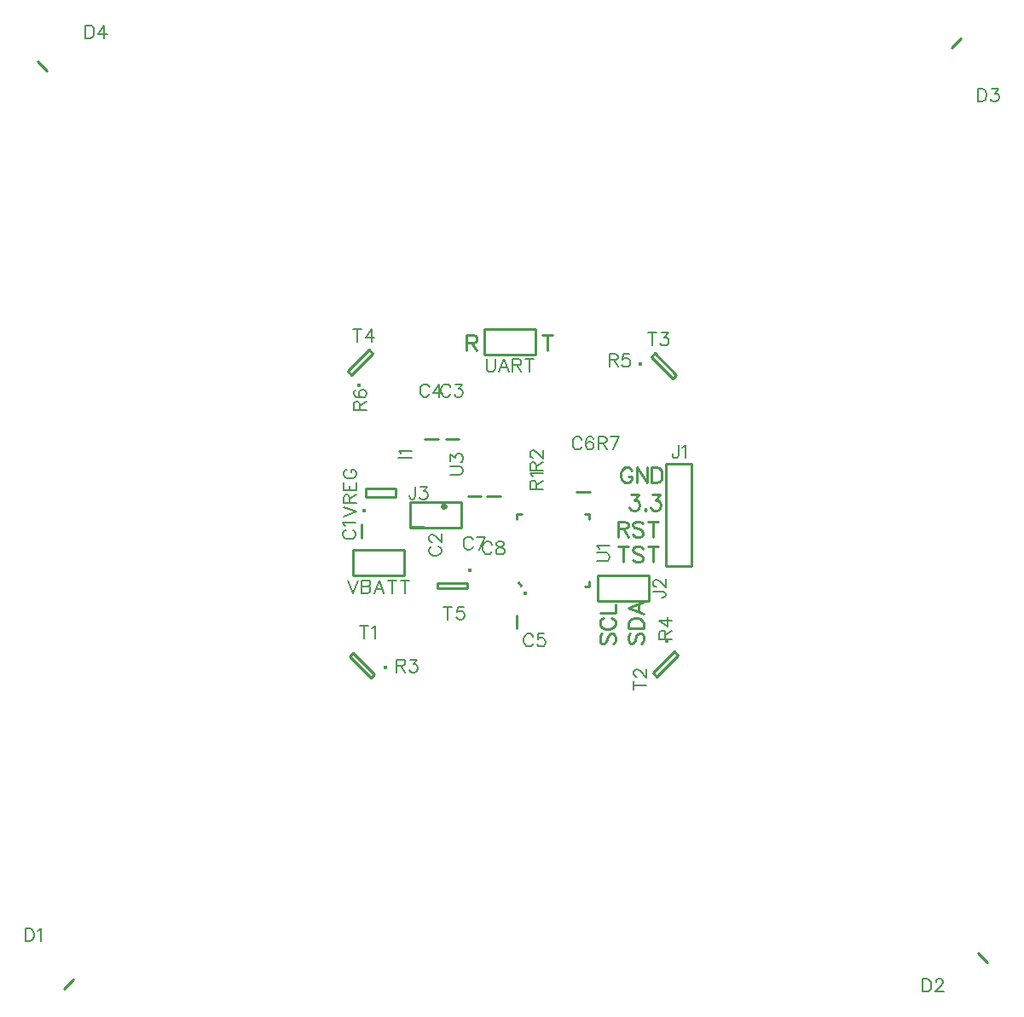
<source format=gto>
G04 DipTrace 3.2.0.1*
G04 Rev1.3.gto*
%MOIN*%
G04 #@! TF.FileFunction,Legend,Top*
G04 #@! TF.Part,Single*
%ADD10C,0.009843*%
%ADD23C,0.015422*%
%ADD24C,0.015406*%
%ADD25C,0.015404*%
%ADD27C,0.015714*%
%ADD34C,0.015401*%
%ADD69C,0.00772*%
%ADD70C,0.009264*%
%ADD72C,0.015439*%
%FSLAX26Y26*%
G04*
G70*
G90*
G75*
G01*
G04 TopSilk*
%LPD*%
X1741220Y2237223D2*
D10*
Y2288365D1*
X1932146Y2280297D2*
X1983287D1*
X2120773Y2622533D2*
X2069631D1*
X2039531D2*
X1988390D1*
X2347562Y1882151D2*
Y1933293D1*
X2633248Y2416318D2*
X2582106D1*
X2157122Y2399034D2*
X2208264D1*
X2232114D2*
X2283256D1*
X613215Y510355D2*
X577046Y474187D1*
X4152046Y613215D2*
X4188215Y577046D1*
X4049187Y4152046D2*
X4085355Y4188215D1*
X510355Y4061687D2*
X474187Y4097855D1*
X3032283Y2525197D2*
X2932283D1*
X3032283Y2125197D2*
Y2525197D1*
X2932283Y2125197D2*
Y2525197D1*
X3032283Y2125197D2*
X2932283D1*
X2663877Y2088958D2*
Y1988958D1*
X2863877Y2088958D2*
X2663877D1*
X2863877D2*
Y1988958D1*
X2663877D1*
X1932703Y2376428D2*
Y2276428D1*
X2132703Y2376428D2*
X1932703D1*
X2132703D2*
Y2276428D1*
X1932703D1*
D23*
X1833394Y1730711D3*
X1791435Y1701759D2*
D10*
X1707918Y1785280D1*
X1694006Y1771362D1*
X1777508Y1687841D1*
X1791435Y1701759D1*
D24*
X2934644Y1833394D3*
X2963596Y1791435D2*
D10*
X2880075Y1707918D1*
X2893993Y1694006D1*
X2977514Y1777508D1*
X2963596Y1791435D1*
D23*
X2831960Y2914959D3*
X2873919Y2943911D2*
D10*
X2957437Y2860390D1*
X2971349Y2874308D1*
X2887847Y2957828D1*
X2873919Y2943911D1*
D24*
X1730711Y2831960D3*
X1701759Y2873919D2*
D10*
X1785280Y2957437D1*
X1771362Y2971349D1*
X1687841Y2887847D1*
X1701759Y2873919D1*
D25*
X2163547Y2109911D3*
X2154346Y2059769D2*
D10*
X2036241D1*
Y2040084D1*
X2154346D1*
Y2059769D1*
X2612992Y2045511D2*
X2632672D1*
Y2065128D1*
X2349218Y2328972D2*
Y2309290D1*
Y2328972D2*
X2368898D1*
X2632672Y2309290D2*
Y2328972D1*
X2612992D2*
X2632672D1*
X2364962Y2049435D2*
X2353154Y2061204D1*
D27*
X2382674Y2017999D3*
X2222047Y3051969D2*
D10*
Y2951969D1*
X2422047Y3051969D2*
X2222047D1*
X2422047D2*
Y2951969D1*
X2222047D1*
X1907579Y2087795D2*
Y2187795D1*
X1707579Y2087795D2*
X1907579D1*
X1707579D2*
Y2187795D1*
X1907579D1*
D34*
X1751910Y2342638D3*
X1757173Y2396704D2*
D10*
X1875281D1*
X1757173Y2428195D2*
X1875281D1*
Y2396704D2*
Y2428195D1*
X1757173Y2396704D2*
Y2428195D1*
X1679936Y2267013D2*
D69*
X1675182Y2264636D1*
X1670374Y2259828D1*
X1667997Y2255074D1*
Y2245513D1*
X1670374Y2240704D1*
X1675182Y2235951D1*
X1679936Y2233519D1*
X1687121Y2231143D1*
X1699114D1*
X1706244Y2233519D1*
X1711052Y2235951D1*
X1715806Y2240704D1*
X1718237Y2245513D1*
Y2255074D1*
X1715806Y2259828D1*
X1711052Y2264636D1*
X1706244Y2267013D1*
X1677614Y2282452D2*
X1675183Y2287260D1*
X1668053Y2294445D1*
X1718237D1*
X2016141Y2202889D2*
X2011388Y2200512D1*
X2006579Y2195704D1*
X2004203Y2190951D1*
Y2181389D1*
X2006579Y2176580D1*
X2011388Y2171827D1*
X2016141Y2169395D1*
X2023326Y2167019D1*
X2035320D1*
X2042449Y2169395D1*
X2047258Y2171827D1*
X2052011Y2176580D1*
X2054443Y2181389D1*
Y2190950D1*
X2052011Y2195704D1*
X2047258Y2200512D1*
X2042449Y2202889D1*
X2016196Y2220760D2*
X2013820D1*
X2009011Y2223136D1*
X2006635Y2225513D1*
X2004258Y2230321D1*
Y2239883D1*
X2006635Y2244636D1*
X2009011Y2247013D1*
X2013820Y2249445D1*
X2018573D1*
X2023381Y2247013D1*
X2030511Y2242260D1*
X2054443Y2218328D1*
Y2251821D1*
X2088671Y2825571D2*
X2086294Y2830324D1*
X2081486Y2835133D1*
X2076733Y2837509D1*
X2067171D1*
X2062362Y2835133D1*
X2057609Y2830324D1*
X2055177Y2825571D1*
X2052801Y2818386D1*
Y2806392D1*
X2055177Y2799263D1*
X2057609Y2794454D1*
X2062362Y2789701D1*
X2067171Y2787269D1*
X2076733D1*
X2081486Y2789701D1*
X2086294Y2794454D1*
X2088671Y2799263D1*
X2108918Y2837454D2*
X2135171D1*
X2120857Y2818331D1*
X2128042D1*
X2132795Y2815954D1*
X2135171Y2813577D1*
X2137603Y2806392D1*
Y2801639D1*
X2135171Y2794454D1*
X2130418Y2789646D1*
X2123233Y2787269D1*
X2116048D1*
X2108918Y2789646D1*
X2106542Y2792078D1*
X2104110Y2796831D1*
X2006241Y2825571D2*
X2003864Y2830324D1*
X1999056Y2835133D1*
X1994303Y2837509D1*
X1984741D1*
X1979933Y2835133D1*
X1975180Y2830324D1*
X1972748Y2825571D1*
X1970371Y2818386D1*
Y2806392D1*
X1972748Y2799263D1*
X1975180Y2794454D1*
X1979933Y2789701D1*
X1984741Y2787269D1*
X1994303D1*
X1999056Y2789701D1*
X2003864Y2794454D1*
X2006241Y2799263D1*
X2045612Y2787269D2*
Y2837454D1*
X2021680Y2804016D1*
X2057550D1*
X2411907Y1849297D2*
X2409530Y1854050D1*
X2404722Y1858859D1*
X2399969Y1861236D1*
X2390407D1*
X2385599Y1858859D1*
X2380846Y1854050D1*
X2378414Y1849297D1*
X2376037Y1842112D1*
Y1830119D1*
X2378414Y1822989D1*
X2380846Y1818181D1*
X2385599Y1813427D1*
X2390407Y1810996D1*
X2399969D1*
X2404722Y1813427D1*
X2409530Y1818181D1*
X2411907Y1822989D1*
X2456031Y1861180D2*
X2432155D1*
X2429778Y1839680D1*
X2432155Y1842057D1*
X2439340Y1844489D1*
X2446469D1*
X2453655Y1842057D1*
X2458463Y1837304D1*
X2460840Y1830119D1*
Y1825366D1*
X2458463Y1818181D1*
X2453655Y1813372D1*
X2446469Y1810996D1*
X2439340D1*
X2432155Y1813372D1*
X2429778Y1815804D1*
X2427346Y1820557D1*
X2602362Y2619356D2*
X2599985Y2624109D1*
X2595177Y2628917D1*
X2590424Y2631294D1*
X2580862D1*
X2576053Y2628917D1*
X2571300Y2624109D1*
X2568868Y2619356D1*
X2566492Y2612171D1*
Y2600177D1*
X2568868Y2593047D1*
X2571300Y2588239D1*
X2576053Y2583486D1*
X2580862Y2581054D1*
X2590424D1*
X2595177Y2583486D1*
X2599985Y2588239D1*
X2602362Y2593047D1*
X2646486Y2624109D2*
X2644109Y2628862D1*
X2636924Y2631239D1*
X2632171D1*
X2624986Y2628862D1*
X2620178Y2621677D1*
X2617801Y2609739D1*
Y2597801D1*
X2620178Y2588239D1*
X2624986Y2583431D1*
X2632171Y2581054D1*
X2634548D1*
X2641677Y2583431D1*
X2646486Y2588239D1*
X2648862Y2595424D1*
Y2597801D1*
X2646486Y2604986D1*
X2641677Y2609739D1*
X2634548Y2612115D1*
X2632171D1*
X2624986Y2609739D1*
X2620178Y2604986D1*
X2617801Y2597801D1*
X2176162Y2228384D2*
X2173785Y2233137D1*
X2168977Y2237946D1*
X2164223Y2240322D1*
X2154662D1*
X2149853Y2237946D1*
X2145100Y2233137D1*
X2142668Y2228384D1*
X2140292Y2221199D1*
Y2209205D1*
X2142668Y2202076D1*
X2145100Y2197267D1*
X2149853Y2192514D1*
X2154662Y2190082D1*
X2164223D1*
X2168977Y2192514D1*
X2173785Y2197267D1*
X2176162Y2202076D1*
X2201162Y2190082D2*
X2225094Y2240267D1*
X2191601D1*
X2251181Y2209636D2*
X2248805Y2214389D1*
X2243996Y2219198D1*
X2239243Y2221574D1*
X2229681D1*
X2224873Y2219198D1*
X2220120Y2214389D1*
X2217688Y2209636D1*
X2215311Y2202451D1*
Y2190457D1*
X2217688Y2183328D1*
X2220120Y2178519D1*
X2224873Y2173766D1*
X2229681Y2171334D1*
X2239243D1*
X2243996Y2173766D1*
X2248805Y2178519D1*
X2251181Y2183328D1*
X2278559Y2221519D2*
X2271429Y2219142D1*
X2268997Y2214389D1*
Y2209581D1*
X2271429Y2204827D1*
X2276182Y2202396D1*
X2285744Y2200019D1*
X2292929Y2197642D1*
X2297682Y2192834D1*
X2300059Y2188081D1*
Y2180896D1*
X2297682Y2176143D1*
X2295305Y2173711D1*
X2288120Y2171334D1*
X2278559D1*
X2271429Y2173711D1*
X2268997Y2176143D1*
X2266621Y2180896D1*
Y2188081D1*
X2268997Y2192834D1*
X2273806Y2197642D1*
X2280935Y2200019D1*
X2290497Y2202396D1*
X2295305Y2204827D1*
X2297682Y2209581D1*
Y2214389D1*
X2295305Y2219142D1*
X2288120Y2221519D1*
X2278559D1*
X427061Y708792D2*
Y658552D1*
X443807D1*
X450992Y660984D1*
X455801Y665737D1*
X458177Y670545D1*
X460554Y677675D1*
Y689669D1*
X458177Y696854D1*
X455801Y701607D1*
X450992Y706415D1*
X443807Y708792D1*
X427061D1*
X475993Y699175D2*
X480802Y701607D1*
X487987Y708737D1*
Y658552D1*
X3935061Y511438D2*
Y461198D1*
X3951808D1*
X3958993Y463629D1*
X3963801Y468383D1*
X3966178Y473191D1*
X3968555Y480321D1*
Y492314D1*
X3966178Y499499D1*
X3963801Y504253D1*
X3958993Y509061D1*
X3951808Y511438D1*
X3935061D1*
X3986426Y499444D2*
Y501821D1*
X3988802Y506629D1*
X3991179Y509006D1*
X3995987Y511382D1*
X4005549D1*
X4010302Y509006D1*
X4012679Y506629D1*
X4015111Y501821D1*
Y497068D1*
X4012679Y492259D1*
X4007926Y485129D1*
X3983994Y461198D1*
X4017487D1*
X4151165Y3992688D2*
Y3942448D1*
X4167912D1*
X4175097Y3944880D1*
X4179905Y3949633D1*
X4182282Y3954442D1*
X4184658Y3961572D1*
Y3973565D1*
X4182282Y3980750D1*
X4179905Y3985503D1*
X4175097Y3990312D1*
X4167912Y3992688D1*
X4151165D1*
X4204906Y3992633D2*
X4231159D1*
X4216844Y3973510D1*
X4224029D1*
X4228782Y3971133D1*
X4231159Y3968757D1*
X4233591Y3961572D1*
Y3956818D1*
X4231159Y3949633D1*
X4226406Y3944825D1*
X4219221Y3942448D1*
X4212036D1*
X4204906Y3944825D1*
X4202529Y3947257D1*
X4200098Y3952010D1*
X662477Y4240041D2*
Y4189801D1*
X679223D1*
X686408Y4192233D1*
X691217Y4196986D1*
X693593Y4201795D1*
X695970Y4208925D1*
Y4220918D1*
X693593Y4228103D1*
X691217Y4232856D1*
X686408Y4237665D1*
X679223Y4240041D1*
X662477D1*
X735341Y4189801D2*
Y4239986D1*
X711409Y4206548D1*
X747279D1*
X1886152Y2549078D2*
X1936392D1*
X1895769Y2564517D2*
X1893337Y2569325D1*
X1886207Y2576510D1*
X1936392D1*
X2980533Y2598420D2*
Y2560173D1*
X2978156Y2552988D1*
X2975725Y2550612D1*
X2970971Y2548180D1*
X2966163D1*
X2961410Y2550612D1*
X2959033Y2552988D1*
X2956601Y2560173D1*
Y2564927D1*
X2995972Y2588803D2*
X3000781Y2591235D1*
X3007966Y2598365D1*
Y2548180D1*
X2880835Y2026458D2*
X2919082D1*
X2926267Y2024081D1*
X2928644Y2021649D1*
X2931075Y2016896D1*
Y2012088D1*
X2928644Y2007334D1*
X2926267Y2004958D1*
X2919082Y2002526D1*
X2914329D1*
X2892829Y2044329D2*
X2890452D1*
X2885644Y2046705D1*
X2883267Y2049082D1*
X2880891Y2053890D1*
Y2063452D1*
X2883267Y2068205D1*
X2885644Y2070582D1*
X2890452Y2073014D1*
X2895205D1*
X2900014Y2070582D1*
X2907144Y2065829D1*
X2931075Y2041897D1*
Y2075390D1*
X1951450Y2437147D2*
Y2398900D1*
X1949073Y2391715D1*
X1946641Y2389339D1*
X1941888Y2386907D1*
X1937080D1*
X1932326Y2389339D1*
X1929950Y2391715D1*
X1927518Y2398900D1*
Y2403654D1*
X1971697Y2437092D2*
X1997950D1*
X1983636Y2417968D1*
X1990821D1*
X1995574Y2415592D1*
X1997950Y2413215D1*
X2000382Y2406030D1*
Y2401277D1*
X1997950Y2394092D1*
X1993197Y2389284D1*
X1986012Y2386907D1*
X1978827D1*
X1971697Y2389284D1*
X1969321Y2391715D1*
X1966889Y2396469D1*
X2423961Y2427214D2*
Y2448714D1*
X2421529Y2455899D1*
X2419153Y2458331D1*
X2414400Y2460708D1*
X2409591D1*
X2404838Y2458331D1*
X2402406Y2455899D1*
X2400030Y2448714D1*
Y2427214D1*
X2450270D1*
X2423961Y2443961D2*
X2450270Y2460707D1*
X2409647Y2476147D2*
X2407215Y2480955D1*
X2400085Y2488140D1*
X2450270D1*
X2423961Y2497714D2*
Y2519214D1*
X2421529Y2526399D1*
X2419153Y2528830D1*
X2414400Y2531207D1*
X2409591D1*
X2404838Y2528830D1*
X2402406Y2526399D1*
X2400030Y2519214D1*
Y2497714D1*
X2450270D1*
X2423961Y2514460D2*
X2450270Y2531207D1*
X2412023Y2549078D2*
X2409647D1*
X2404838Y2551455D1*
X2402461Y2553831D1*
X2400085Y2558640D1*
Y2568201D1*
X2402461Y2572954D1*
X2404838Y2575331D1*
X2409647Y2577763D1*
X2414400D1*
X2419208Y2575331D1*
X2426338Y2570578D1*
X2450270Y2546646D1*
Y2580139D1*
X1879063Y1736496D2*
X1900562D1*
X1907748Y1738928D1*
X1910179Y1741305D1*
X1912556Y1746058D1*
Y1750866D1*
X1910179Y1755619D1*
X1907748Y1758051D1*
X1900562Y1760428D1*
X1879063D1*
Y1710188D1*
X1895809Y1736496D2*
X1912556Y1710188D1*
X1932804Y1760373D2*
X1959057D1*
X1944742Y1741249D1*
X1951927D1*
X1956680Y1738873D1*
X1959057Y1736496D1*
X1961489Y1729311D1*
Y1724558D1*
X1959057Y1717373D1*
X1954304Y1712564D1*
X1947118Y1710188D1*
X1939933D1*
X1932804Y1712564D1*
X1930427Y1714996D1*
X1927995Y1719749D1*
X2928858Y1840374D2*
Y1861874D1*
X2926426Y1869059D1*
X2924050Y1871491D1*
X2919297Y1873868D1*
X2914488D1*
X2909735Y1871491D1*
X2907303Y1869059D1*
X2904927Y1861874D1*
Y1840374D1*
X2955167D1*
X2928858Y1857121D2*
X2955167Y1873868D1*
Y1913239D2*
X2904982D1*
X2938420Y1889307D1*
Y1925177D1*
X2710116Y2931009D2*
X2731616D1*
X2738801Y2933440D1*
X2741233Y2935817D1*
X2743610Y2940570D1*
Y2945379D1*
X2741233Y2950132D1*
X2738801Y2952564D1*
X2731616Y2954940D1*
X2710116D1*
Y2904700D1*
X2726863Y2931009D2*
X2743610Y2904700D1*
X2787734Y2954885D2*
X2763857D1*
X2761481Y2933385D1*
X2763857Y2935762D1*
X2771043Y2938194D1*
X2778172D1*
X2785357Y2935762D1*
X2790166Y2931009D1*
X2792542Y2923824D1*
Y2919070D1*
X2790166Y2911885D1*
X2785357Y2907077D1*
X2778172Y2904700D1*
X2771043D1*
X2763857Y2907077D1*
X2761481Y2909509D1*
X2759049Y2914262D1*
X1734344Y2736332D2*
X1734345Y2757832D1*
X1731913Y2765017D1*
X1729536Y2767449D1*
X1724783Y2769826D1*
X1719974D1*
X1715221Y2767449D1*
X1712789Y2765017D1*
X1710413Y2757832D1*
Y2736332D1*
X1760653D1*
X1734345Y2753079D2*
X1760653Y2769826D1*
X1717598Y2813950D2*
X1712845Y2811573D1*
X1710468Y2804388D1*
Y2799635D1*
X1712845Y2792450D1*
X1720030Y2787642D1*
X1731968Y2785265D1*
X1743906D1*
X1753468Y2787642D1*
X1758276Y2792450D1*
X1760653Y2799635D1*
Y2802012D1*
X1758276Y2809141D1*
X1753468Y2813950D1*
X1746283Y2816326D1*
X1743906D1*
X1736721Y2813950D1*
X1731968Y2809141D1*
X1729591Y2802012D1*
Y2799635D1*
X1731968Y2792450D1*
X1736721Y2787642D1*
X1743906Y2785265D1*
X2666464Y2607559D2*
X2687964D1*
X2695149Y2609991D1*
X2697581Y2612368D1*
X2699958Y2617121D1*
Y2621929D1*
X2697581Y2626682D1*
X2695149Y2629114D1*
X2687964Y2631491D1*
X2666464D1*
Y2581251D1*
X2683211Y2607559D2*
X2699958Y2581251D1*
X2724958D2*
X2748890Y2631436D1*
X2715397D1*
X1750357Y1891905D2*
Y1841665D1*
X1733610Y1891905D2*
X1767104D1*
X1782543Y1882289D2*
X1787351Y1884720D1*
X1794537Y1891850D1*
Y1841665D1*
X2804696Y1658366D2*
X2854936D1*
X2804696Y1641619D2*
Y1675113D1*
X2816689Y1692984D2*
X2814313D1*
X2809504Y1695360D1*
X2807127Y1697737D1*
X2804751Y1702545D1*
Y1712107D1*
X2807127Y1716860D1*
X2809504Y1719237D1*
X2814313Y1721668D1*
X2819066D1*
X2823874Y1719237D1*
X2831004Y1714483D1*
X2854936Y1690552D1*
Y1724045D1*
X2876815Y3038010D2*
Y2987770D1*
X2860068Y3038010D2*
X2893561D1*
X2913809Y3037955D2*
X2940062D1*
X2925747Y3018832D1*
X2932932D1*
X2937685Y3016455D1*
X2940062Y3014079D1*
X2942494Y3006894D1*
Y3002141D1*
X2940062Y2994956D1*
X2935309Y2990147D1*
X2928124Y2987770D1*
X2920939D1*
X2913809Y2990147D1*
X2911432Y2992579D1*
X2909000Y2997332D1*
X1724128Y3051535D2*
Y3001295D1*
X1707381Y3051535D2*
X1740874D1*
X1780245Y3001295D2*
Y3051480D1*
X1756313Y3018042D1*
X1792183D1*
X2079279Y1967023D2*
Y1916783D1*
X2062532Y1967023D2*
X2096026D1*
X2140150Y1966968D2*
X2116273D1*
X2113897Y1945468D1*
X2116273Y1947844D1*
X2123459Y1950276D1*
X2130588D1*
X2137773Y1947844D1*
X2142582Y1943091D1*
X2144958Y1935906D1*
Y1931153D1*
X2142582Y1923968D1*
X2137773Y1919160D1*
X2130588Y1916783D1*
X2123459D1*
X2116273Y1919160D1*
X2113897Y1921591D1*
X2111465Y1926345D1*
X2660463Y2144515D2*
X2696333D1*
X2703518Y2146891D1*
X2708271Y2151700D1*
X2710703Y2158885D1*
Y2163638D1*
X2708271Y2170823D1*
X2703518Y2175631D1*
X2696333Y2178008D1*
X2660463D1*
X2670080Y2193447D2*
X2667648Y2198256D1*
X2660518Y2205441D1*
X2710703D1*
X2088020Y2482687D2*
X2123890D1*
X2131075Y2485064D1*
X2135829Y2489872D1*
X2138260Y2497057D1*
Y2501811D1*
X2135829Y2508996D1*
X2131075Y2513804D1*
X2123890Y2516181D1*
X2088020D1*
X2088076Y2536428D2*
Y2562681D1*
X2107199Y2548367D1*
Y2555552D1*
X2109576Y2560305D1*
X2111952Y2562681D1*
X2119137Y2565113D1*
X2123890D1*
X2131075Y2562681D1*
X2135884Y2557928D1*
X2138260Y2550743D1*
Y2543558D1*
X2135884Y2536428D1*
X2133452Y2534052D1*
X2128699Y2531620D1*
X2229497Y2935010D2*
Y2899140D1*
X2231874Y2891955D1*
X2236683Y2887202D1*
X2243868Y2884770D1*
X2248621D1*
X2255806Y2887202D1*
X2260614Y2891955D1*
X2262991Y2899140D1*
Y2935010D1*
X2316732Y2884770D2*
X2297553Y2935010D1*
X2278430Y2884770D1*
X2285615Y2901516D2*
X2309547D1*
X2332171Y2911078D2*
X2353671D1*
X2360856Y2913510D1*
X2363288Y2915887D1*
X2365664Y2920640D1*
Y2925448D1*
X2363288Y2930201D1*
X2360856Y2932633D1*
X2353671Y2935010D1*
X2332171D1*
Y2884770D1*
X2348918Y2911078D2*
X2365664Y2884770D1*
X2397850Y2935010D2*
Y2884770D1*
X2381104Y2935010D2*
X2414597D1*
X1688186Y2070837D2*
X1707309Y2020597D1*
X1726433Y2070837D1*
X1741872D2*
Y2020597D1*
X1763427D1*
X1770612Y2023028D1*
X1772989Y2025405D1*
X1775365Y2030158D1*
Y2037343D1*
X1772989Y2042152D1*
X1770612Y2044528D1*
X1763427Y2046905D1*
X1770612Y2049337D1*
X1772989Y2051713D1*
X1775365Y2056467D1*
Y2061275D1*
X1772989Y2066028D1*
X1770612Y2068460D1*
X1763427Y2070837D1*
X1741872D1*
Y2046905D2*
X1763427D1*
X1829106Y2020597D2*
X1809928Y2070837D1*
X1790804Y2020597D1*
X1797989Y2037343D2*
X1821921D1*
X1861292Y2070837D2*
Y2020597D1*
X1844545Y2070837D2*
X1878039D1*
X1910225D2*
Y2020597D1*
X1893478Y2070837D2*
X1926971D1*
X1670987Y2318584D2*
X1721227Y2337708D1*
X1670987Y2356831D1*
X1694919Y2372270D2*
Y2393770D1*
X1692487Y2400955D1*
X1690110Y2403387D1*
X1685357Y2405763D1*
X1680549D1*
X1675795Y2403387D1*
X1673364Y2400955D1*
X1670987Y2393770D1*
Y2372270D1*
X1721227D1*
X1694919Y2389017D2*
X1721227Y2405763D1*
X1670987Y2452264D2*
Y2421203D1*
X1721227D1*
Y2452264D1*
X1694919Y2421203D2*
Y2440326D1*
X1682925Y2503573D2*
X1678172Y2501197D1*
X1673364Y2496388D1*
X1670987Y2491635D1*
Y2482073D1*
X1673364Y2477265D1*
X1678172Y2472512D1*
X1682925Y2470080D1*
X1690110Y2467703D1*
X1702104D1*
X1709233Y2470080D1*
X1714042Y2472512D1*
X1718795Y2477265D1*
X1721227Y2482073D1*
Y2491635D1*
X1718795Y2496388D1*
X1714042Y2501197D1*
X1709233Y2503573D1*
X1702104D1*
Y2491635D1*
X2152424Y2999989D2*
D70*
X2178224D1*
X2186846Y3002907D1*
X2189765Y3005759D1*
X2192616Y3011463D1*
Y3017233D1*
X2189765Y3022937D1*
X2186846Y3025855D1*
X2178224Y3028707D1*
X2152424D1*
Y2968419D1*
X2172520Y2999989D2*
X2192616Y2968419D1*
X2467796Y3028707D2*
Y2968419D1*
X2447700Y3028707D2*
X2487892D1*
X2798518Y2497885D2*
X2795666Y2503589D1*
X2789896Y2509359D1*
X2784192Y2512211D1*
X2772718D1*
X2766948Y2509359D1*
X2761244Y2503589D1*
X2758326Y2497885D1*
X2755474Y2489263D1*
Y2474871D1*
X2758326Y2466315D1*
X2761244Y2460545D1*
X2766948Y2454841D1*
X2772718Y2451923D1*
X2784192D1*
X2789896Y2454841D1*
X2795666Y2460545D1*
X2798518Y2466315D1*
Y2474871D1*
X2784192D1*
X2857237Y2512211D2*
Y2451923D1*
X2817045Y2512211D1*
Y2451923D1*
X2875764Y2512211D2*
Y2451923D1*
X2895860D1*
X2904482Y2454841D1*
X2910253Y2460545D1*
X2913104Y2466315D1*
X2915956Y2474871D1*
Y2489263D1*
X2913104Y2497885D1*
X2910253Y2503589D1*
X2904482Y2509359D1*
X2895860Y2512211D1*
X2875764D1*
X2794365Y2404342D2*
X2825869D1*
X2808691Y2381394D1*
X2817313D1*
X2823017Y2378542D1*
X2825869Y2375690D1*
X2828787Y2367068D1*
Y2361364D1*
X2825869Y2352742D1*
X2820165Y2346972D1*
X2811543Y2344120D1*
X2802921D1*
X2794365Y2346972D1*
X2791513Y2349890D1*
X2788595Y2355594D1*
X2850166Y2349890D2*
X2847314Y2346972D1*
X2850166Y2344120D1*
X2853084Y2346972D1*
X2850166Y2349890D1*
X2877382Y2404342D2*
X2908885D1*
X2891707Y2381394D1*
X2900329D1*
X2906033Y2378542D1*
X2908885Y2375690D1*
X2911803Y2367068D1*
Y2361364D1*
X2908885Y2352742D1*
X2903181Y2346972D1*
X2894559Y2344120D1*
X2885937D1*
X2877382Y2346972D1*
X2874530Y2349890D1*
X2871611Y2355594D1*
X2742976Y2271643D2*
X2768775D1*
X2777397Y2274561D1*
X2780316Y2277413D1*
X2783168Y2283117D1*
Y2288887D1*
X2780316Y2294591D1*
X2777397Y2297509D1*
X2768775Y2300361D1*
X2742976D1*
Y2240073D1*
X2763072Y2271643D2*
X2783168Y2240073D1*
X2841887Y2291739D2*
X2836183Y2297509D1*
X2827561Y2300361D1*
X2816087D1*
X2807465Y2297509D1*
X2801695Y2291739D1*
Y2286035D1*
X2804613Y2280265D1*
X2807465Y2277413D1*
X2813169Y2274561D1*
X2830413Y2268791D1*
X2836183Y2265939D1*
X2839035Y2263021D1*
X2841887Y2257317D1*
Y2248695D1*
X2836183Y2242991D1*
X2827561Y2240073D1*
X2816087D1*
X2807465Y2242991D1*
X2801695Y2248695D1*
X2880510Y2300361D2*
Y2240073D1*
X2860414Y2300361D2*
X2900606D1*
X2763072Y2201936D2*
Y2141648D1*
X2742976Y2201936D2*
X2783168D1*
X2841887Y2193314D2*
X2836183Y2199084D1*
X2827561Y2201936D1*
X2816087D1*
X2807465Y2199084D1*
X2801695Y2193314D1*
Y2187610D1*
X2804613Y2181840D1*
X2807465Y2178988D1*
X2813169Y2176136D1*
X2830413Y2170366D1*
X2836183Y2167514D1*
X2839035Y2164596D1*
X2841887Y2158892D1*
Y2150270D1*
X2836183Y2144566D1*
X2827561Y2141648D1*
X2816087D1*
X2807465Y2144566D1*
X2801695Y2150270D1*
X2880510Y2201936D2*
Y2141648D1*
X2860414Y2201936D2*
X2900606D1*
X2681778Y1861664D2*
X2676008Y1855960D1*
X2673156Y1847338D1*
Y1835864D1*
X2676008Y1827242D1*
X2681778Y1821472D1*
X2687482D1*
X2693252Y1824390D1*
X2696104Y1827242D1*
X2698956Y1832946D1*
X2704726Y1850190D1*
X2707578Y1855960D1*
X2710496Y1858812D1*
X2716200Y1861664D1*
X2724822D1*
X2730526Y1855960D1*
X2733444Y1847338D1*
Y1835864D1*
X2730526Y1827242D1*
X2724822Y1821472D1*
X2687482Y1923235D2*
X2681778Y1920383D1*
X2676008Y1914613D1*
X2673156Y1908909D1*
Y1897435D1*
X2676008Y1891665D1*
X2681778Y1885961D1*
X2687482Y1883043D1*
X2696104Y1880191D1*
X2710496D1*
X2719052Y1883043D1*
X2724822Y1885961D1*
X2730526Y1891665D1*
X2733444Y1897435D1*
Y1908909D1*
X2730526Y1914613D1*
X2724822Y1920383D1*
X2719052Y1923235D1*
X2673156Y1941762D2*
X2733444D1*
Y1976184D1*
X2792361Y1863569D2*
X2786591Y1857865D1*
X2783739Y1849243D1*
Y1837769D1*
X2786591Y1829147D1*
X2792361Y1823377D1*
X2798065D1*
X2803835Y1826296D1*
X2806687Y1829147D1*
X2809539Y1834851D1*
X2815309Y1852095D1*
X2818161Y1857865D1*
X2821079Y1860717D1*
X2826783Y1863569D1*
X2835405D1*
X2841109Y1857865D1*
X2844027Y1849243D1*
Y1837769D1*
X2841109Y1829147D1*
X2835405Y1823377D1*
X2783739Y1882096D2*
X2844027D1*
Y1902192D1*
X2841109Y1910814D1*
X2835405Y1916584D1*
X2829635Y1919436D1*
X2821079Y1922288D1*
X2806687D1*
X2798065Y1919436D1*
X2792361Y1916585D1*
X2786591Y1910814D1*
X2783739Y1902192D1*
Y1882096D1*
X2844027Y1986778D2*
X2783739Y1963763D1*
X2844027Y1940815D1*
X2823931Y1949437D2*
Y1978155D1*
X2062460Y2365600D2*
D72*
X2057706Y2360736D1*
X2062460Y2355983D1*
X2067323Y2360736D1*
X2062460Y2365600D1*
X2057706Y2360736D1*
X2062460Y2355983D1*
X2067323Y2360736D1*
X2062460Y2365600D1*
M02*

</source>
